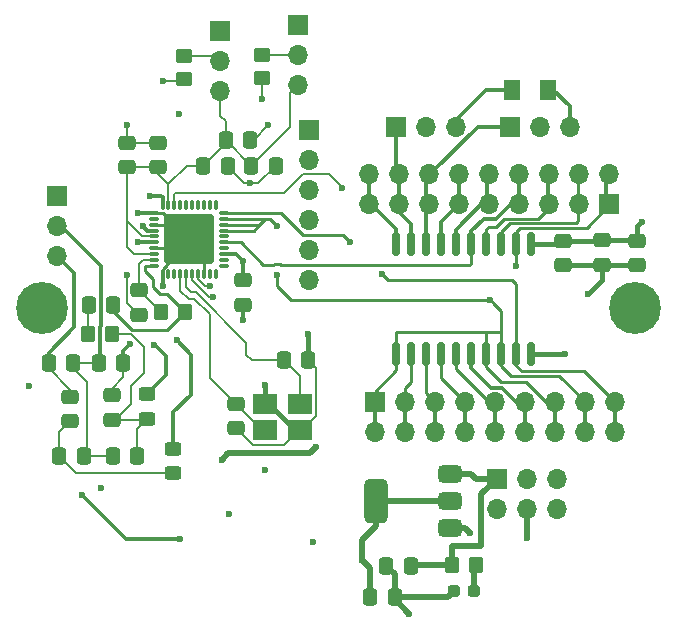
<source format=gbr>
%TF.GenerationSoftware,KiCad,Pcbnew,8.0.3*%
%TF.CreationDate,2025-07-10T12:51:06-07:00*%
%TF.ProjectId,salp_board_round,73616c70-5f62-46f6-9172-645f726f756e,rev?*%
%TF.SameCoordinates,Original*%
%TF.FileFunction,Copper,L1,Top*%
%TF.FilePolarity,Positive*%
%FSLAX46Y46*%
G04 Gerber Fmt 4.6, Leading zero omitted, Abs format (unit mm)*
G04 Created by KiCad (PCBNEW 8.0.3) date 2025-07-10 12:51:06*
%MOMM*%
%LPD*%
G01*
G04 APERTURE LIST*
G04 Aperture macros list*
%AMRoundRect*
0 Rectangle with rounded corners*
0 $1 Rounding radius*
0 $2 $3 $4 $5 $6 $7 $8 $9 X,Y pos of 4 corners*
0 Add a 4 corners polygon primitive as box body*
4,1,4,$2,$3,$4,$5,$6,$7,$8,$9,$2,$3,0*
0 Add four circle primitives for the rounded corners*
1,1,$1+$1,$2,$3*
1,1,$1+$1,$4,$5*
1,1,$1+$1,$6,$7*
1,1,$1+$1,$8,$9*
0 Add four rect primitives between the rounded corners*
20,1,$1+$1,$2,$3,$4,$5,0*
20,1,$1+$1,$4,$5,$6,$7,0*
20,1,$1+$1,$6,$7,$8,$9,0*
20,1,$1+$1,$8,$9,$2,$3,0*%
G04 Aperture macros list end*
%TA.AperFunction,ComponentPad*%
%ADD10R,1.700000X1.700000*%
%TD*%
%TA.AperFunction,ComponentPad*%
%ADD11O,1.700000X1.700000*%
%TD*%
%TA.AperFunction,SMDPad,CuDef*%
%ADD12RoundRect,0.250000X-0.337500X-0.475000X0.337500X-0.475000X0.337500X0.475000X-0.337500X0.475000X0*%
%TD*%
%TA.AperFunction,SMDPad,CuDef*%
%ADD13RoundRect,0.250000X0.337500X0.475000X-0.337500X0.475000X-0.337500X-0.475000X0.337500X-0.475000X0*%
%TD*%
%TA.AperFunction,ComponentPad*%
%ADD14C,4.400000*%
%TD*%
%TA.AperFunction,SMDPad,CuDef*%
%ADD15RoundRect,0.250000X-0.475000X0.337500X-0.475000X-0.337500X0.475000X-0.337500X0.475000X0.337500X0*%
%TD*%
%TA.AperFunction,SMDPad,CuDef*%
%ADD16RoundRect,0.075000X-0.325000X-0.075000X0.325000X-0.075000X0.325000X0.075000X-0.325000X0.075000X0*%
%TD*%
%TA.AperFunction,SMDPad,CuDef*%
%ADD17RoundRect,0.075000X-0.075000X-0.325000X0.075000X-0.325000X0.075000X0.325000X-0.075000X0.325000X0*%
%TD*%
%TA.AperFunction,SMDPad,CuDef*%
%ADD18RoundRect,0.210000X-1.890000X-1.890000X1.890000X-1.890000X1.890000X1.890000X-1.890000X1.890000X0*%
%TD*%
%TA.AperFunction,SMDPad,CuDef*%
%ADD19RoundRect,0.250000X-0.450000X0.350000X-0.450000X-0.350000X0.450000X-0.350000X0.450000X0.350000X0*%
%TD*%
%TA.AperFunction,SMDPad,CuDef*%
%ADD20RoundRect,0.250000X0.450000X-0.325000X0.450000X0.325000X-0.450000X0.325000X-0.450000X-0.325000X0*%
%TD*%
%TA.AperFunction,SMDPad,CuDef*%
%ADD21RoundRect,0.250000X-0.350000X-0.450000X0.350000X-0.450000X0.350000X0.450000X-0.350000X0.450000X0*%
%TD*%
%TA.AperFunction,SMDPad,CuDef*%
%ADD22RoundRect,0.250000X0.350000X0.450000X-0.350000X0.450000X-0.350000X-0.450000X0.350000X-0.450000X0*%
%TD*%
%TA.AperFunction,SMDPad,CuDef*%
%ADD23RoundRect,0.250001X0.462499X0.624999X-0.462499X0.624999X-0.462499X-0.624999X0.462499X-0.624999X0*%
%TD*%
%TA.AperFunction,SMDPad,CuDef*%
%ADD24RoundRect,0.237500X-0.287500X-0.237500X0.287500X-0.237500X0.287500X0.237500X-0.287500X0.237500X0*%
%TD*%
%TA.AperFunction,SMDPad,CuDef*%
%ADD25R,2.100000X1.725000*%
%TD*%
%TA.AperFunction,SMDPad,CuDef*%
%ADD26RoundRect,0.375000X0.625000X0.375000X-0.625000X0.375000X-0.625000X-0.375000X0.625000X-0.375000X0*%
%TD*%
%TA.AperFunction,SMDPad,CuDef*%
%ADD27RoundRect,0.500000X0.500000X1.400000X-0.500000X1.400000X-0.500000X-1.400000X0.500000X-1.400000X0*%
%TD*%
%TA.AperFunction,SMDPad,CuDef*%
%ADD28RoundRect,0.250000X0.475000X-0.337500X0.475000X0.337500X-0.475000X0.337500X-0.475000X-0.337500X0*%
%TD*%
%TA.AperFunction,SMDPad,CuDef*%
%ADD29RoundRect,0.150000X-0.150000X0.875000X-0.150000X-0.875000X0.150000X-0.875000X0.150000X0.875000X0*%
%TD*%
%TA.AperFunction,ViaPad*%
%ADD30C,0.600000*%
%TD*%
%TA.AperFunction,Conductor*%
%ADD31C,0.300000*%
%TD*%
%TA.AperFunction,Conductor*%
%ADD32C,0.400000*%
%TD*%
%TA.AperFunction,Conductor*%
%ADD33C,0.200000*%
%TD*%
%TA.AperFunction,Conductor*%
%ADD34C,0.250000*%
%TD*%
%TA.AperFunction,Conductor*%
%ADD35C,0.500000*%
%TD*%
G04 APERTURE END LIST*
D10*
%TO.P,J3,1,Pin_1*%
%TO.N,/M_SCL*%
X192900000Y-81140000D03*
D11*
%TO.P,J3,2,Pin_2*%
X192900000Y-78600000D03*
%TO.P,J3,3,Pin_3*%
%TO.N,/PA5*%
X190360000Y-81140000D03*
%TO.P,J3,4,Pin_4*%
X190360000Y-78600000D03*
%TO.P,J3,5,Pin_5*%
%TO.N,/PA6*%
X187820000Y-81140000D03*
%TO.P,J3,6,Pin_6*%
X187820000Y-78600000D03*
%TO.P,J3,7,Pin_7*%
%TO.N,/PA7*%
X185280000Y-81140000D03*
%TO.P,J3,8,Pin_8*%
X185280000Y-78600000D03*
%TO.P,J3,9,Pin_9*%
%TO.N,/PB5*%
X182740000Y-81140000D03*
%TO.P,J3,10,Pin_10*%
X182740000Y-78600000D03*
%TO.P,J3,11,Pin_11*%
%TO.N,/PB4*%
X180200000Y-81140000D03*
%TO.P,J3,12,Pin_12*%
X180200000Y-78600000D03*
%TO.P,J3,13,Pin_13*%
%TO.N,/PB3*%
X177660000Y-81140000D03*
%TO.P,J3,14,Pin_14*%
X177660000Y-78600000D03*
%TO.P,J3,15,Pin_15*%
%TO.N,/PB2*%
X175120000Y-81140000D03*
%TO.P,J3,16,Pin_16*%
X175120000Y-78600000D03*
%TO.P,J3,17,Pin_17*%
%TO.N,/M_SCL*%
X172580000Y-81140000D03*
%TO.P,J3,18,Pin_18*%
X172580000Y-78600000D03*
%TD*%
D12*
%TO.P,C6,1*%
%TO.N,GND*%
X149700000Y-94600000D03*
%TO.P,C6,2*%
%TO.N,Net-(J1-Pin_1)*%
X151775000Y-94600000D03*
%TD*%
D10*
%TO.P,J6,1,Pin_1*%
%TO.N,unconnected-(J6-Pin_1-Pad1)*%
X167500000Y-74860000D03*
D11*
%TO.P,J6,2,Pin_2*%
%TO.N,Net-(J6-Pin_2)*%
X167500000Y-77400000D03*
%TO.P,J6,3,Pin_3*%
%TO.N,Net-(J6-Pin_3)*%
X167500000Y-79940000D03*
%TO.P,J6,4,Pin_4*%
%TO.N,/V_USB*%
X167500000Y-82480000D03*
%TO.P,J6,5,Pin_5*%
%TO.N,unconnected-(J6-Pin_5-Pad5)*%
X167500000Y-85020000D03*
%TO.P,J6,6,Pin_6*%
%TO.N,GND*%
X167500000Y-87560000D03*
%TD*%
D13*
%TO.P,C22,1*%
%TO.N,VCC*%
X176100986Y-111800000D03*
%TO.P,C22,2*%
%TO.N,GND*%
X174025986Y-111800000D03*
%TD*%
D14*
%TO.P,H2,1,1*%
%TO.N,GND*%
X195100000Y-90000000D03*
%TD*%
D15*
%TO.P,C14,1*%
%TO.N,+3.3V*%
X195300000Y-84262500D03*
%TO.P,C14,2*%
%TO.N,GND*%
X195300000Y-86337500D03*
%TD*%
D16*
%TO.P,U1,1,DVSS*%
%TO.N,GND*%
X154400000Y-81900000D03*
%TO.P,U1,2,LOADMOD*%
%TO.N,unconnected-(U1-LOADMOD-Pad2)*%
X154400000Y-82400000D03*
%TO.P,U1,3,TVSS1*%
%TO.N,GND*%
X154400000Y-82900000D03*
%TO.P,U1,4,TX1*%
%TO.N,/TX1*%
X154400000Y-83400000D03*
%TO.P,U1,5,TVDD*%
%TO.N,/AVDD*%
X154400000Y-83900000D03*
%TO.P,U1,6,TX2*%
%TO.N,/TX2*%
X154400000Y-84400000D03*
%TO.P,U1,7,TVSS2*%
%TO.N,GND*%
X154400000Y-84900000D03*
%TO.P,U1,8,AVDD*%
%TO.N,/AVDD*%
X154400000Y-85400000D03*
%TO.P,U1,9,VMID*%
%TO.N,/VMID*%
X154400000Y-85900000D03*
%TO.P,U1,10,RX*%
%TO.N,/RX*%
X154400000Y-86400000D03*
D17*
%TO.P,U1,11,AVSS*%
%TO.N,GND*%
X155100000Y-87100000D03*
%TO.P,U1,12,AUX1*%
%TO.N,unconnected-(U1-AUX1-Pad12)*%
X155600000Y-87100000D03*
%TO.P,U1,13,AUX2*%
%TO.N,unconnected-(U1-AUX2-Pad13)*%
X156100000Y-87100000D03*
%TO.P,U1,14,OSCIN*%
%TO.N,/OSCIN*%
X156600000Y-87100000D03*
%TO.P,U1,15,OSCOUT*%
%TO.N,/OSCOUT*%
X157100000Y-87100000D03*
%TO.P,U1,16,I0*%
%TO.N,/I0*%
X157600000Y-87100000D03*
%TO.P,U1,17,I1*%
%TO.N,/I1*%
X158100000Y-87100000D03*
%TO.P,U1,18,TESTEN*%
%TO.N,GND*%
X158600000Y-87100000D03*
%TO.P,U1,19,P35*%
%TO.N,unconnected-(U1-P35-Pad19)*%
X159100000Y-87100000D03*
%TO.P,U1,20,N.C.*%
%TO.N,unconnected-(U1-N.C.-Pad20)*%
X159600000Y-87100000D03*
D16*
%TO.P,U1,21,N.C.*%
%TO.N,unconnected-(U1-N.C.-Pad21)*%
X160300000Y-86400000D03*
%TO.P,U1,22,N.C.*%
%TO.N,unconnected-(U1-N.C.-Pad22)*%
X160300000Y-85900000D03*
%TO.P,U1,23,PVDD*%
%TO.N,+3.3V*%
X160300000Y-85400000D03*
%TO.P,U1,24,P30/UART_RX*%
%TO.N,unconnected-(U1-P30{slash}UART_RX-Pad24)*%
X160300000Y-84900000D03*
%TO.P,U1,25,P70_IRQ*%
%TO.N,/PA7*%
X160300000Y-84400000D03*
%TO.P,U1,26,RSTOUT_N*%
%TO.N,unconnected-(U1-RSTOUT_N-Pad26)*%
X160300000Y-83900000D03*
%TO.P,U1,27,NSS/P50_SCL/HSU_RX*%
%TO.N,/M_SCL*%
X160300000Y-83400000D03*
%TO.P,U1,28,MOSI/SDA/HSU_TX*%
X160300000Y-82900000D03*
%TO.P,U1,29,MISO_/_P71*%
X160300000Y-82400000D03*
%TO.P,U1,30,SCK/P72*%
%TO.N,/PA3*%
X160300000Y-81900000D03*
D17*
%TO.P,U1,31,P31/UART_TX*%
%TO.N,unconnected-(U1-P31{slash}UART_TX-Pad31)*%
X159600000Y-81200000D03*
%TO.P,U1,32,P32_INT0*%
%TO.N,unconnected-(U1-P32_INT0-Pad32)*%
X159100000Y-81200000D03*
%TO.P,U1,33,P33_INT1*%
%TO.N,unconnected-(U1-P33_INT1-Pad33)*%
X158600000Y-81200000D03*
%TO.P,U1,34,P34/SIC_CLK*%
%TO.N,unconnected-(U1-P34{slash}SIC_CLK-Pad34)*%
X158100000Y-81200000D03*
%TO.P,U1,35,SIGOUT*%
%TO.N,unconnected-(U1-SIGOUT-Pad35)*%
X157600000Y-81200000D03*
%TO.P,U1,36,SIGIN*%
%TO.N,unconnected-(U1-SIGIN-Pad36)*%
X157100000Y-81200000D03*
%TO.P,U1,37,SVDD*%
%TO.N,unconnected-(U1-SVDD-Pad37)*%
X156600000Y-81200000D03*
%TO.P,U1,38,RSTPD_N*%
%TO.N,/PA5*%
X156100000Y-81200000D03*
%TO.P,U1,39,DVDD*%
%TO.N,/AVDD*%
X155600000Y-81200000D03*
%TO.P,U1,40,VBAT*%
%TO.N,+3.3V*%
X155100000Y-81200000D03*
D18*
%TO.P,U1,41,41*%
%TO.N,GND*%
X157350000Y-84150000D03*
%TD*%
D15*
%TO.P,C10,1*%
%TO.N,Net-(J1-Pin_1)*%
X150800000Y-97362500D03*
%TO.P,C10,2*%
%TO.N,Net-(C10-Pad2)*%
X150800000Y-99437500D03*
%TD*%
D12*
%TO.P,C5,1*%
%TO.N,Net-(J1-Pin_3)*%
X145462500Y-94600000D03*
%TO.P,C5,2*%
%TO.N,GND*%
X147537500Y-94600000D03*
%TD*%
D19*
%TO.P,R11,1*%
%TO.N,Net-(J10-Pin_2)*%
X163500000Y-68500000D03*
%TO.P,R11,2*%
%TO.N,/I0*%
X163500000Y-70500000D03*
%TD*%
D12*
%TO.P,C11,1*%
%TO.N,/AVDD*%
X162625000Y-77900000D03*
%TO.P,C11,2*%
%TO.N,GND*%
X164700000Y-77900000D03*
%TD*%
%TO.P,C18,1*%
%TO.N,/OSCOUT*%
X165362500Y-94400000D03*
%TO.P,C18,2*%
%TO.N,GND*%
X167437500Y-94400000D03*
%TD*%
D20*
%TO.P,L2,1,1*%
%TO.N,Net-(C10-Pad2)*%
X153800000Y-99325000D03*
%TO.P,L2,2,2*%
%TO.N,/TX1*%
X153800000Y-97275000D03*
%TD*%
D12*
%TO.P,C7,1*%
%TO.N,/AVDD*%
X160462500Y-75700000D03*
%TO.P,C7,2*%
%TO.N,GND*%
X162537500Y-75700000D03*
%TD*%
%TO.P,C3,1*%
%TO.N,/AVDD*%
X158562500Y-77900000D03*
%TO.P,C3,2*%
%TO.N,GND*%
X160637500Y-77900000D03*
%TD*%
D10*
%TO.P,J1,1,Pin_1*%
%TO.N,Net-(J1-Pin_1)*%
X146200000Y-80500000D03*
D11*
%TO.P,J1,2,Pin_2*%
%TO.N,GND*%
X146200000Y-83040000D03*
%TO.P,J1,3,Pin_3*%
%TO.N,Net-(J1-Pin_3)*%
X146200000Y-85580000D03*
%TD*%
D15*
%TO.P,C9,1*%
%TO.N,Net-(J1-Pin_3)*%
X147300000Y-97462500D03*
%TO.P,C9,2*%
%TO.N,Net-(C12-Pad1)*%
X147300000Y-99537500D03*
%TD*%
D21*
%TO.P,R3,1*%
%TO.N,/VMID*%
X155000000Y-90300000D03*
%TO.P,R3,2*%
%TO.N,/RX*%
X157000000Y-90300000D03*
%TD*%
D22*
%TO.P,R2,1*%
%TO.N,Net-(C10-Pad2)*%
X150800000Y-92200000D03*
%TO.P,R2,2*%
%TO.N,Net-(C17-Pad1)*%
X148800000Y-92200000D03*
%TD*%
D15*
%TO.P,C4,1*%
%TO.N,+3.3V*%
X189000000Y-84262500D03*
%TO.P,C4,2*%
%TO.N,GND*%
X189000000Y-86337500D03*
%TD*%
D10*
%TO.P,J10,1,Pin_1*%
%TO.N,GND*%
X166600000Y-65975000D03*
D11*
%TO.P,J10,2,Pin_2*%
%TO.N,Net-(J10-Pin_2)*%
X166600000Y-68515000D03*
%TO.P,J10,3,Pin_3*%
%TO.N,/AVDD*%
X166600000Y-71055000D03*
%TD*%
D19*
%TO.P,R1,1*%
%TO.N,Net-(J9-Pin_2)*%
X156900000Y-68600000D03*
%TO.P,R1,2*%
%TO.N,/I1*%
X156900000Y-70600000D03*
%TD*%
D10*
%TO.P,J7,1,Pin_1*%
%TO.N,/PB2*%
X174860000Y-74600000D03*
D11*
%TO.P,J7,2,Pin_2*%
%TO.N,Net-(J6-Pin_2)*%
X177400000Y-74600000D03*
%TO.P,J7,3,Pin_3*%
%TO.N,/PA0*%
X179940000Y-74600000D03*
%TD*%
D12*
%TO.P,C20,1*%
%TO.N,+3.3V*%
X172662500Y-114400000D03*
%TO.P,C20,2*%
%TO.N,GND*%
X174737500Y-114400000D03*
%TD*%
%TO.P,C17,1*%
%TO.N,Net-(C17-Pad1)*%
X148862500Y-89700000D03*
%TO.P,C17,2*%
%TO.N,/RX*%
X150937500Y-89700000D03*
%TD*%
D20*
%TO.P,L1,1,1*%
%TO.N,Net-(C12-Pad1)*%
X156000000Y-103925000D03*
%TO.P,L1,2,2*%
%TO.N,/TX2*%
X156000000Y-101875000D03*
%TD*%
D23*
%TO.P,D2,1,K*%
%TO.N,Net-(D2-K)*%
X187700000Y-71500000D03*
%TO.P,D2,2,A*%
%TO.N,/PA0*%
X184725000Y-71500000D03*
%TD*%
D24*
%TO.P,D6,1,K*%
%TO.N,GND*%
X179750000Y-113900000D03*
%TO.P,D6,2,A*%
%TO.N,Net-(D6-A)*%
X181500000Y-113900000D03*
%TD*%
D25*
%TO.P,Y1,1,1*%
%TO.N,/OSCIN*%
X163800000Y-100287500D03*
%TO.P,Y1,2,2*%
%TO.N,GND*%
X166700000Y-100287500D03*
%TO.P,Y1,3,3*%
%TO.N,/OSCOUT*%
X166700000Y-98112500D03*
%TO.P,Y1,4,4*%
%TO.N,GND*%
X163800000Y-98112500D03*
%TD*%
D21*
%TO.P,R12,1*%
%TO.N,VCC*%
X179600000Y-111700000D03*
%TO.P,R12,2*%
%TO.N,Net-(D6-A)*%
X181600000Y-111700000D03*
%TD*%
D15*
%TO.P,C15,1*%
%TO.N,/OSCIN*%
X161300000Y-98062500D03*
%TO.P,C15,2*%
%TO.N,GND*%
X161300000Y-100137500D03*
%TD*%
D26*
%TO.P,U4,1,GND*%
%TO.N,GND*%
X179450000Y-108600000D03*
%TO.P,U4,2,VO*%
%TO.N,+3.3V*%
X179450000Y-106300000D03*
D27*
X173150000Y-106300000D03*
D26*
%TO.P,U4,3,VI*%
%TO.N,VCC*%
X179450000Y-104000000D03*
%TD*%
D15*
%TO.P,C8,1*%
%TO.N,+3.3V*%
X192300000Y-84225000D03*
%TO.P,C8,2*%
%TO.N,GND*%
X192300000Y-86300000D03*
%TD*%
D28*
%TO.P,C19,1*%
%TO.N,GND*%
X161900000Y-89675000D03*
%TO.P,C19,2*%
%TO.N,+3.3V*%
X161900000Y-87600000D03*
%TD*%
D12*
%TO.P,C12,1*%
%TO.N,Net-(C12-Pad1)*%
X146362500Y-102500000D03*
%TO.P,C12,2*%
%TO.N,GND*%
X148437500Y-102500000D03*
%TD*%
D10*
%TO.P,J9,1,Pin_1*%
%TO.N,GND*%
X160000000Y-66500000D03*
D11*
%TO.P,J9,2,Pin_2*%
%TO.N,Net-(J9-Pin_2)*%
X160000000Y-69040000D03*
%TO.P,J9,3,Pin_3*%
%TO.N,/AVDD*%
X160000000Y-71580000D03*
%TD*%
D28*
%TO.P,C1,1*%
%TO.N,/AVDD*%
X152100000Y-78037500D03*
%TO.P,C1,2*%
%TO.N,GND*%
X152100000Y-75962500D03*
%TD*%
D15*
%TO.P,C16,1*%
%TO.N,/VMID*%
X153100000Y-88462500D03*
%TO.P,C16,2*%
%TO.N,GND*%
X153100000Y-90537500D03*
%TD*%
D28*
%TO.P,C2,1*%
%TO.N,/AVDD*%
X154700000Y-78037500D03*
%TO.P,C2,2*%
%TO.N,GND*%
X154700000Y-75962500D03*
%TD*%
D10*
%TO.P,J4,1,Pin_1*%
%TO.N,VCC*%
X183420000Y-104400000D03*
D11*
%TO.P,J4,2,Pin_2*%
%TO.N,GND*%
X183420000Y-106940000D03*
%TO.P,J4,3,Pin_3*%
X185960000Y-104400000D03*
%TO.P,J4,4,Pin_4*%
%TO.N,+3.3V*%
X185960000Y-106940000D03*
%TO.P,J4,5,Pin_5*%
%TO.N,GND*%
X188500000Y-104400000D03*
%TO.P,J4,6,Pin_6*%
X188500000Y-106940000D03*
%TD*%
D14*
%TO.P,H1,1,1*%
%TO.N,GND*%
X144900000Y-90000000D03*
%TD*%
D10*
%TO.P,J5,1,Pin_1*%
%TO.N,/M_SCL*%
X173060000Y-97900000D03*
D11*
%TO.P,J5,2,Pin_2*%
X173060000Y-100440000D03*
%TO.P,J5,3,Pin_3*%
%TO.N,/PC0*%
X175600000Y-97900000D03*
%TO.P,J5,4,Pin_4*%
X175600000Y-100440000D03*
%TO.P,J5,5,Pin_5*%
%TO.N,/PC1*%
X178140000Y-97900000D03*
%TO.P,J5,6,Pin_6*%
X178140000Y-100440000D03*
%TO.P,J5,7,Pin_7*%
%TO.N,/PC2*%
X180680000Y-97900000D03*
%TO.P,J5,8,Pin_8*%
X180680000Y-100440000D03*
%TO.P,J5,9,Pin_9*%
%TO.N,/PC3*%
X183220000Y-97900000D03*
%TO.P,J5,10,Pin_10*%
X183220000Y-100440000D03*
%TO.P,J5,11,Pin_11*%
%TO.N,/PA0*%
X185760000Y-97900000D03*
%TO.P,J5,12,Pin_12*%
X185760000Y-100440000D03*
%TO.P,J5,13,Pin_13*%
%TO.N,/M_SCL*%
X188300000Y-97900000D03*
%TO.P,J5,14,Pin_14*%
X188300000Y-100440000D03*
%TO.P,J5,15,Pin_15*%
X190840000Y-97900000D03*
%TO.P,J5,16,Pin_16*%
X190840000Y-100440000D03*
%TO.P,J5,17,Pin_17*%
%TO.N,/PA3*%
X193380000Y-97900000D03*
%TO.P,J5,18,Pin_18*%
X193380000Y-100440000D03*
%TD*%
D12*
%TO.P,C13,1*%
%TO.N,GND*%
X150862500Y-102500000D03*
%TO.P,C13,2*%
%TO.N,Net-(C10-Pad2)*%
X152937500Y-102500000D03*
%TD*%
D10*
%TO.P,J8,1,Pin_1*%
%TO.N,/PB3*%
X184475000Y-74600000D03*
D11*
%TO.P,J8,2,Pin_2*%
%TO.N,Net-(J6-Pin_3)*%
X187015000Y-74600000D03*
%TO.P,J8,3,Pin_3*%
%TO.N,Net-(D2-K)*%
X189555000Y-74600000D03*
%TD*%
D29*
%TO.P,U2,1,VCC*%
%TO.N,+3.3V*%
X186315000Y-84550000D03*
%TO.P,U2,2,PA4*%
%TO.N,/M_SCL*%
X185045000Y-84550000D03*
%TO.P,U2,3,PA5*%
%TO.N,/PA5*%
X183775000Y-84550000D03*
%TO.P,U2,4,PA6*%
%TO.N,/PA6*%
X182505000Y-84550000D03*
%TO.P,U2,5,PA7*%
%TO.N,/PA7*%
X181235000Y-84550000D03*
%TO.P,U2,6,PB5*%
%TO.N,/PB5*%
X179965000Y-84550000D03*
%TO.P,U2,7,PB4*%
%TO.N,/PB4*%
X178695000Y-84550000D03*
%TO.P,U2,8,PB3*%
%TO.N,/PB3*%
X177425000Y-84550000D03*
%TO.P,U2,9,PB2*%
%TO.N,/PB2*%
X176155000Y-84550000D03*
%TO.P,U2,10,PB1*%
%TO.N,/M_SCL*%
X174885000Y-84550000D03*
%TO.P,U2,11,PB0*%
X174885000Y-93850000D03*
%TO.P,U2,12,PC0*%
%TO.N,/PC0*%
X176155000Y-93850000D03*
%TO.P,U2,13,PC1*%
%TO.N,/PC1*%
X177425000Y-93850000D03*
%TO.P,U2,14,PC2*%
%TO.N,/PC2*%
X178695000Y-93850000D03*
%TO.P,U2,15,PC3*%
%TO.N,/PC3*%
X179965000Y-93850000D03*
%TO.P,U2,16,~{RESET}/PA0*%
%TO.N,/PA0*%
X181235000Y-93850000D03*
%TO.P,U2,17,PA1*%
%TO.N,/M_SCL*%
X182505000Y-93850000D03*
%TO.P,U2,18,PA2*%
X183775000Y-93850000D03*
%TO.P,U2,19,PA3*%
%TO.N,/PA3*%
X185045000Y-93850000D03*
%TO.P,U2,20,GND*%
%TO.N,GND*%
X186315000Y-93850000D03*
%TD*%
D30*
%TO.N,Net-(Q1-G)*%
X148300000Y-105800000D03*
X156600000Y-109500000D03*
%TO.N,GND*%
X160700000Y-107400000D03*
X191100000Y-88800000D03*
X164000000Y-74500000D03*
X163800000Y-103700000D03*
X143800000Y-96600000D03*
X162500000Y-79400000D03*
X149900000Y-105200000D03*
X167437500Y-92162500D03*
X155100000Y-88100000D03*
X161900000Y-91000000D03*
X167800000Y-109800000D03*
X176000000Y-115900000D03*
X181150000Y-109050000D03*
X153000000Y-81900000D03*
X189150000Y-93850000D03*
X163800000Y-96500000D03*
X152100000Y-74500000D03*
X156500000Y-73500000D03*
X152075000Y-87125000D03*
%TO.N,+BAT*%
X160100000Y-102800000D03*
X163700000Y-102200000D03*
X168100000Y-101700000D03*
%TO.N,+3.3V*%
X161900000Y-86000000D03*
X154000000Y-80500000D03*
X195700000Y-82700000D03*
X172000000Y-111300000D03*
X185960000Y-109440000D03*
%TO.N,/PA5*%
X170300000Y-79800000D03*
%TO.N,/PA3*%
X171000000Y-84400000D03*
X173650000Y-87050000D03*
%TO.N,/M_SCL*%
X164800000Y-83000000D03*
X185000000Y-86400000D03*
X164800000Y-87200000D03*
X182800000Y-89300000D03*
%TO.N,/TX1*%
X153400000Y-83000000D03*
X154400000Y-93100000D03*
%TO.N,/TX2*%
X156300000Y-92700000D03*
X153000000Y-84400000D03*
%TO.N,Net-(J1-Pin_1)*%
X152375735Y-93024265D03*
%TO.N,/I1*%
X159100000Y-88100000D03*
X155100000Y-70700000D03*
%TO.N,/I0*%
X163500000Y-72300000D03*
X159400000Y-89000000D03*
%TD*%
D31*
%TO.N,Net-(Q1-G)*%
X148300000Y-105800000D02*
X152000000Y-109500000D01*
X152000000Y-109500000D02*
X156600000Y-109500000D01*
%TO.N,GND*%
X149900000Y-86415000D02*
X149900000Y-91444544D01*
D32*
X163800000Y-98112500D02*
X163800000Y-96500000D01*
D33*
X165387500Y-101600000D02*
X166700000Y-100287500D01*
D34*
X155125000Y-81925000D02*
X154425000Y-81925000D01*
D33*
X149800000Y-94500000D02*
X149700000Y-94600000D01*
D34*
X154400000Y-84900000D02*
X156600000Y-84900000D01*
D33*
X168100000Y-99075000D02*
X168100000Y-95062500D01*
X160637500Y-78037500D02*
X160637500Y-77900000D01*
D31*
X149900000Y-91444544D02*
X149800000Y-91544544D01*
D35*
X179250000Y-114400000D02*
X179750000Y-113900000D01*
D31*
X146525000Y-83040000D02*
X149900000Y-86415000D01*
D33*
X163800000Y-96500000D02*
X163800000Y-96600000D01*
X168100000Y-95062500D02*
X167437500Y-94400000D01*
X192262500Y-86337500D02*
X192300000Y-86300000D01*
X162800000Y-75700000D02*
X164000000Y-74500000D01*
D35*
X174737500Y-114637500D02*
X176000000Y-115900000D01*
D32*
X189150000Y-93850000D02*
X186315000Y-93850000D01*
D35*
X181150000Y-109050000D02*
X180700000Y-108600000D01*
X174737500Y-114400000D02*
X179250000Y-114400000D01*
D33*
X192300000Y-86300000D02*
X192400000Y-86300000D01*
D32*
X166312500Y-100287500D02*
X164137500Y-98112500D01*
D31*
X146200000Y-83040000D02*
X146525000Y-83040000D01*
D33*
X149700000Y-94600000D02*
X147537500Y-94600000D01*
X147537500Y-95037500D02*
X147537500Y-94600000D01*
D35*
X174737500Y-114400000D02*
X174737500Y-112511514D01*
D31*
X153000000Y-81900000D02*
X154400000Y-81900000D01*
D34*
X154425000Y-81925000D02*
X154400000Y-81900000D01*
X155100000Y-87100000D02*
X155100000Y-86623935D01*
D32*
X167437500Y-92162500D02*
X167437500Y-94400000D01*
D33*
X163200000Y-79400000D02*
X164700000Y-77900000D01*
X152100000Y-75962500D02*
X154700000Y-75962500D01*
D35*
X174737500Y-114400000D02*
X174737500Y-114637500D01*
X180700000Y-108600000D02*
X179450000Y-108600000D01*
D33*
X148437500Y-102500000D02*
X150862500Y-102500000D01*
X161300000Y-100137500D02*
X162762500Y-101600000D01*
D32*
X192300000Y-86300000D02*
X192300000Y-87600000D01*
D34*
X158600000Y-85400000D02*
X157350000Y-84150000D01*
X154400000Y-82900000D02*
X156100000Y-82900000D01*
D32*
X189000000Y-86337500D02*
X192262500Y-86337500D01*
D31*
X155100000Y-88100000D02*
X155100000Y-87900000D01*
D32*
X192300000Y-87600000D02*
X191100000Y-88800000D01*
D33*
X162000000Y-79400000D02*
X160637500Y-78037500D01*
D34*
X158600000Y-87100000D02*
X158600000Y-85400000D01*
D33*
X162762500Y-101600000D02*
X165387500Y-101600000D01*
D34*
X155100000Y-86623935D02*
X157350000Y-84373935D01*
D33*
X153000000Y-81900000D02*
X153000000Y-81700000D01*
X164700000Y-77900000D02*
X165037500Y-77900000D01*
X192400000Y-86300000D02*
X192437500Y-86337500D01*
X152075000Y-89512500D02*
X153100000Y-90537500D01*
D34*
X156600000Y-84900000D02*
X157350000Y-84150000D01*
X157350000Y-84150000D02*
X155125000Y-81925000D01*
D33*
X148700000Y-102237500D02*
X148700000Y-96200000D01*
X162500000Y-79400000D02*
X163200000Y-79400000D01*
X152100000Y-75962500D02*
X152100000Y-74500000D01*
X166700000Y-100287500D02*
X166887500Y-100287500D01*
D35*
X174737500Y-112511514D02*
X174025986Y-111800000D01*
D33*
X164137500Y-98112500D02*
X163800000Y-98112500D01*
X148700000Y-96200000D02*
X147537500Y-95037500D01*
X166887500Y-100287500D02*
X168100000Y-99075000D01*
X148437500Y-102500000D02*
X148700000Y-102237500D01*
D31*
X161900000Y-91000000D02*
X161900000Y-89675000D01*
D33*
X166700000Y-100287500D02*
X166312500Y-100287500D01*
X152075000Y-87125000D02*
X152075000Y-89512500D01*
X162537500Y-75700000D02*
X162800000Y-75700000D01*
D31*
X155100000Y-87100000D02*
X155100000Y-88100000D01*
D33*
X162500000Y-79400000D02*
X162000000Y-79400000D01*
D32*
X192437500Y-86337500D02*
X195300000Y-86337500D01*
D31*
X149800000Y-91544544D02*
X149800000Y-94500000D01*
D35*
%TO.N,+BAT*%
X168100000Y-101700000D02*
X167600000Y-102200000D01*
X160100000Y-102800000D02*
X160650000Y-102250000D01*
X167600000Y-102200000D02*
X163700000Y-102200000D01*
X160650000Y-102250000D02*
X163700000Y-102250000D01*
%TO.N,VCC*%
X179600000Y-111700000D02*
X176200986Y-111700000D01*
X182073081Y-105746919D02*
X183420000Y-104400000D01*
X183420000Y-104400000D02*
X181600000Y-104400000D01*
X181200000Y-104000000D02*
X179450000Y-104000000D01*
X182073081Y-110100000D02*
X182073081Y-105746919D01*
X179600000Y-111700000D02*
X179600000Y-110100000D01*
D33*
X176200986Y-111700000D02*
X176100986Y-111800000D01*
D35*
X179600000Y-110100000D02*
X182073081Y-110100000D01*
X181600000Y-104400000D02*
X181200000Y-104000000D01*
D33*
%TO.N,/VMID*%
X154937500Y-90300000D02*
X153100000Y-88462500D01*
X153100000Y-86200000D02*
X153400000Y-85900000D01*
X153100000Y-88462500D02*
X153100000Y-86200000D01*
X153400000Y-85900000D02*
X154400000Y-85900000D01*
X155000000Y-90300000D02*
X154937500Y-90300000D01*
D34*
%TO.N,/RX*%
X154900000Y-88800000D02*
X154300000Y-88200000D01*
X150937500Y-90237500D02*
X152500000Y-91800000D01*
X157000000Y-90300000D02*
X155500000Y-88800000D01*
X150937500Y-89700000D02*
X150937500Y-90237500D01*
X153600000Y-86400000D02*
X154400000Y-86400000D01*
X154300000Y-88200000D02*
X154300000Y-87500000D01*
X152500000Y-91800000D02*
X155500000Y-91800000D01*
X155500000Y-88800000D02*
X154900000Y-88800000D01*
X155500000Y-91800000D02*
X157000000Y-90300000D01*
X154300000Y-87500000D02*
X153600000Y-86800000D01*
X153600000Y-86800000D02*
X153600000Y-86400000D01*
D33*
%TO.N,/OSCIN*%
X159100000Y-95862500D02*
X159100000Y-90500000D01*
X157800000Y-89200000D02*
X157300000Y-89200000D01*
X159100000Y-90500000D02*
X157800000Y-89200000D01*
X157300000Y-89200000D02*
X156600000Y-88500000D01*
X161300000Y-98062500D02*
X159100000Y-95862500D01*
X156600000Y-88500000D02*
X156600000Y-87100000D01*
X163525000Y-100287500D02*
X163800000Y-100287500D01*
X161300000Y-98062500D02*
X163525000Y-100287500D01*
%TO.N,/OSCOUT*%
X166700000Y-95737500D02*
X165362500Y-94400000D01*
X165362500Y-94400000D02*
X162700000Y-94400000D01*
X162700000Y-94400000D02*
X162200000Y-93900000D01*
X157100000Y-88200000D02*
X157100000Y-87100000D01*
X162200000Y-93900000D02*
X162200000Y-92900000D01*
X157900000Y-88600000D02*
X157500000Y-88600000D01*
X157500000Y-88600000D02*
X157100000Y-88200000D01*
X166700000Y-98112500D02*
X166700000Y-95737500D01*
X162200000Y-92900000D02*
X157900000Y-88600000D01*
D35*
%TO.N,+3.3V*%
X179450000Y-106300000D02*
X173150000Y-106300000D01*
D32*
X195300000Y-84262500D02*
X195300000Y-83000000D01*
D33*
X195700000Y-82600000D02*
X195600000Y-82700000D01*
D32*
X195300000Y-83000000D02*
X195600000Y-82700000D01*
D33*
X195262500Y-84225000D02*
X195300000Y-84262500D01*
D31*
X161900000Y-86000000D02*
X161900000Y-87600000D01*
D35*
X172000000Y-111300000D02*
X172000000Y-109600000D01*
X172000000Y-109600000D02*
X173150000Y-108450000D01*
X172662500Y-111962500D02*
X172000000Y-111300000D01*
X185960000Y-106940000D02*
X185960000Y-109440000D01*
D32*
X192300000Y-84225000D02*
X195262500Y-84225000D01*
X186315000Y-84550000D02*
X188712500Y-84550000D01*
D31*
X161900000Y-86000000D02*
X161300000Y-85400000D01*
X155100000Y-80600000D02*
X155100000Y-81200000D01*
D35*
X172662500Y-114400000D02*
X172662500Y-111962500D01*
D31*
X155000000Y-80500000D02*
X155100000Y-80600000D01*
D33*
X188712500Y-84550000D02*
X189000000Y-84262500D01*
D31*
X154000000Y-80500000D02*
X155000000Y-80500000D01*
D33*
X195600000Y-82700000D02*
X195700000Y-82700000D01*
D32*
X189000000Y-84262500D02*
X192262500Y-84262500D01*
D35*
X173150000Y-108450000D02*
X173150000Y-106300000D01*
D33*
X192262500Y-84262500D02*
X192300000Y-84225000D01*
D31*
X161300000Y-85400000D02*
X160300000Y-85400000D01*
D33*
X195700000Y-82700000D02*
X195700000Y-82600000D01*
D31*
%TO.N,/PA0*%
X185000000Y-97900000D02*
X185760000Y-97900000D01*
X179940000Y-74060000D02*
X182500000Y-71500000D01*
D33*
X181235000Y-93850000D02*
X181235000Y-94435000D01*
D31*
X183800000Y-96700000D02*
X185000000Y-97900000D01*
X184725000Y-71500000D02*
X184725000Y-71385000D01*
X185760000Y-100440000D02*
X185760000Y-97900000D01*
X182900000Y-96700000D02*
X183800000Y-96700000D01*
X181235000Y-95035000D02*
X182900000Y-96700000D01*
X179940000Y-74600000D02*
X179940000Y-74060000D01*
X182500000Y-71500000D02*
X184725000Y-71500000D01*
X181235000Y-94435000D02*
X181235000Y-95035000D01*
%TO.N,Net-(D2-K)*%
X189555000Y-74600000D02*
X189555000Y-72867500D01*
X189555000Y-72867500D02*
X188187500Y-71500000D01*
X188187500Y-71500000D02*
X187700000Y-71500000D01*
D33*
%TO.N,/PB3*%
X177425000Y-80955000D02*
X177440000Y-80940000D01*
X178000000Y-78400000D02*
X177440000Y-78400000D01*
D31*
X184475000Y-74600000D02*
X181800000Y-74600000D01*
X181800000Y-74600000D02*
X178000000Y-78400000D01*
X177440000Y-80940000D02*
X177440000Y-78400000D01*
X177425000Y-84550000D02*
X177425000Y-80955000D01*
D34*
%TO.N,/PA5*%
X190100000Y-82800000D02*
X190300000Y-82600000D01*
X184500000Y-82800000D02*
X190100000Y-82800000D01*
D33*
X169200000Y-78600000D02*
X170300000Y-79700000D01*
X167000000Y-78600000D02*
X169200000Y-78600000D01*
X170300000Y-79800000D02*
X170400000Y-79800000D01*
D34*
X183775000Y-83525000D02*
X184500000Y-82800000D01*
D33*
X156100000Y-81200000D02*
X156100000Y-80300000D01*
X156200000Y-80200000D02*
X165400000Y-80200000D01*
X170300000Y-79700000D02*
X170300000Y-79800000D01*
X170400000Y-79800000D02*
X170300000Y-79700000D01*
X190300000Y-78560000D02*
X190140000Y-78400000D01*
D34*
X183775000Y-84550000D02*
X183775000Y-83525000D01*
D33*
X156100000Y-80300000D02*
X156200000Y-80200000D01*
X165400000Y-80200000D02*
X167000000Y-78600000D01*
D34*
X190300000Y-82600000D02*
X190300000Y-78560000D01*
D33*
%TO.N,/PA7*%
X185280000Y-81140000D02*
X185300000Y-81120000D01*
D34*
X164516116Y-86300000D02*
X164541116Y-86275000D01*
D31*
X181235000Y-84550000D02*
X181235000Y-83465000D01*
X181235000Y-83465000D02*
X182300000Y-82400000D01*
D34*
X165058884Y-86275000D02*
X165083884Y-86300000D01*
D33*
X185300000Y-78640000D02*
X185060000Y-78400000D01*
D34*
X161700000Y-84400000D02*
X163600000Y-86300000D01*
D31*
X182300000Y-82400000D02*
X183300000Y-82400000D01*
D34*
X160300000Y-84400000D02*
X161700000Y-84400000D01*
X181235000Y-86165000D02*
X181235000Y-84550000D01*
X165083884Y-86300000D02*
X181100000Y-86300000D01*
D33*
X184560000Y-81140000D02*
X185280000Y-81140000D01*
D34*
X181100000Y-86300000D02*
X181235000Y-86165000D01*
D31*
X185300000Y-81120000D02*
X185300000Y-78640000D01*
X183300000Y-82400000D02*
X184560000Y-81140000D01*
D34*
X164541116Y-86275000D02*
X165058884Y-86275000D01*
X163600000Y-86300000D02*
X164516116Y-86300000D01*
D33*
%TO.N,/PB2*%
X174860000Y-78360000D02*
X174900000Y-78400000D01*
D31*
X176155000Y-82855000D02*
X175120000Y-81820000D01*
X175120000Y-81820000D02*
X175120000Y-78620000D01*
X174860000Y-74600000D02*
X174860000Y-78360000D01*
X175120000Y-78620000D02*
X174900000Y-78400000D01*
X176155000Y-84550000D02*
X176155000Y-82855000D01*
D34*
%TO.N,/PA6*%
X182505000Y-83295000D02*
X182700000Y-83100000D01*
X182505000Y-84550000D02*
X182505000Y-83295000D01*
X182700000Y-83100000D02*
X183300000Y-83100000D01*
D31*
X187700000Y-81600000D02*
X187700000Y-78500000D01*
D34*
X186900000Y-82400000D02*
X187700000Y-81600000D01*
D33*
X187700000Y-78500000D02*
X187600000Y-78400000D01*
D34*
X183300000Y-83100000D02*
X184000000Y-82400000D01*
X184000000Y-82400000D02*
X186900000Y-82400000D01*
D31*
%TO.N,/PB4*%
X178695000Y-84550000D02*
X178695000Y-82645000D01*
D33*
X180200000Y-78620000D02*
X179980000Y-78400000D01*
D31*
X178695000Y-82645000D02*
X180200000Y-81140000D01*
X180200000Y-80720000D02*
X180200000Y-78620000D01*
%TO.N,/PB5*%
X179965000Y-83315000D02*
X182600000Y-80680000D01*
X179965000Y-84550000D02*
X179965000Y-83315000D01*
D33*
X182600000Y-78480000D02*
X182520000Y-78400000D01*
D31*
X182600000Y-80680000D02*
X182600000Y-78480000D01*
D34*
%TO.N,/PC3*%
X182700000Y-97900000D02*
X183220000Y-97900000D01*
D31*
X183220000Y-100440000D02*
X183220000Y-97900000D01*
D34*
X179965000Y-95165000D02*
X182700000Y-97900000D01*
X179965000Y-93850000D02*
X179965000Y-95165000D01*
%TO.N,/PC0*%
X176100000Y-96200000D02*
X176100000Y-93905000D01*
D31*
X175600000Y-100440000D02*
X175600000Y-97900000D01*
D34*
X175600000Y-97900000D02*
X175600000Y-96700000D01*
X175600000Y-96700000D02*
X176100000Y-96200000D01*
D33*
X176100000Y-93905000D02*
X176155000Y-93850000D01*
D31*
%TO.N,/PA3*%
X193380000Y-100440000D02*
X193380000Y-97900000D01*
D34*
X185045000Y-87945000D02*
X185045000Y-93850000D01*
X184700000Y-87600000D02*
X185045000Y-87945000D01*
X167000000Y-83800000D02*
X170400000Y-83800000D01*
X190780000Y-95300000D02*
X185500000Y-95300000D01*
X185500000Y-95300000D02*
X185045000Y-94845000D01*
X165100000Y-81900000D02*
X167000000Y-83800000D01*
D33*
X171000000Y-84400000D02*
X171100000Y-84500000D01*
D34*
X174200000Y-87600000D02*
X184700000Y-87600000D01*
X160300000Y-81900000D02*
X165100000Y-81900000D01*
X170400000Y-83800000D02*
X171000000Y-84400000D01*
X185045000Y-94845000D02*
X185045000Y-93850000D01*
X173650000Y-87050000D02*
X174200000Y-87600000D01*
X193380000Y-97900000D02*
X190780000Y-95300000D01*
%TO.N,/M_SCL*%
X185834315Y-96200000D02*
X183750000Y-96200000D01*
X174885000Y-92000000D02*
X182505000Y-92000000D01*
X164800000Y-83000000D02*
X164200000Y-82400000D01*
X163800000Y-82400000D02*
X160300000Y-82400000D01*
X185045000Y-84550000D02*
X185045000Y-83525001D01*
X183775000Y-94874999D02*
X183775000Y-93850000D01*
X182505000Y-92825001D02*
X182505000Y-93850000D01*
D31*
X190840000Y-100440000D02*
X190840000Y-97900000D01*
D34*
X182505000Y-92000000D02*
X183775000Y-92000000D01*
X190840000Y-97900000D02*
X190840000Y-97840000D01*
D31*
X188300000Y-100440000D02*
X188300000Y-97900000D01*
X173060000Y-100440000D02*
X173060000Y-97900000D01*
D34*
X164200000Y-82400000D02*
X163800000Y-82400000D01*
X183775000Y-92200000D02*
X183775000Y-90175000D01*
D31*
X174885000Y-84550000D02*
X174885000Y-83285000D01*
D34*
X184600001Y-95700000D02*
X183775000Y-94874999D01*
X166000000Y-89300000D02*
X182800000Y-89300000D01*
X183775000Y-90175000D02*
X183200000Y-89600000D01*
X188300000Y-97900000D02*
X187534315Y-97900000D01*
X162800000Y-83400000D02*
X163300000Y-82900000D01*
X173060000Y-97040000D02*
X174885000Y-95215000D01*
X183775000Y-93850000D02*
X183775000Y-92200000D01*
X174885000Y-93850000D02*
X174885000Y-92000000D01*
X164800000Y-88100000D02*
X166000000Y-89300000D01*
X188700000Y-95700000D02*
X184600001Y-95700000D01*
D31*
X192680000Y-81520000D02*
X192680000Y-80940000D01*
X172600000Y-81120000D02*
X172600000Y-78640000D01*
D34*
X174885000Y-95215000D02*
X174885000Y-93850000D01*
X183200000Y-89600000D02*
X182900000Y-89300000D01*
X187534315Y-97900000D02*
X185834315Y-96200000D01*
X163300000Y-82900000D02*
X163800000Y-82400000D01*
D31*
X192680000Y-80940000D02*
X192680000Y-78400000D01*
D34*
X185045000Y-83525001D02*
X185370001Y-83200000D01*
D33*
X172580000Y-81140000D02*
X172600000Y-81120000D01*
D34*
X182505000Y-94955000D02*
X182505000Y-93850000D01*
X173060000Y-97900000D02*
X173060000Y-97040000D01*
X191000000Y-83200000D02*
X192680000Y-81520000D01*
X183750000Y-96200000D02*
X182505000Y-94955000D01*
X185000000Y-86400000D02*
X185000000Y-84595000D01*
D31*
X174885000Y-83285000D02*
X172740000Y-81140000D01*
D34*
X160300000Y-83400000D02*
X162800000Y-83400000D01*
X182505000Y-92825001D02*
X182505000Y-92000000D01*
X160300000Y-82900000D02*
X163300000Y-82900000D01*
X190840000Y-97840000D02*
X188700000Y-95700000D01*
D33*
X183775000Y-93850000D02*
X183725000Y-93900000D01*
D34*
X164800000Y-87200000D02*
X164800000Y-88100000D01*
D33*
X172740000Y-81140000D02*
X172580000Y-81140000D01*
X182555000Y-93900000D02*
X182505000Y-93850000D01*
X185000000Y-84595000D02*
X185045000Y-84550000D01*
D34*
X185370001Y-83200000D02*
X191000000Y-83200000D01*
D33*
X182900000Y-89300000D02*
X182800000Y-89300000D01*
D34*
%TO.N,/PC2*%
X180680000Y-97880000D02*
X178695000Y-95895000D01*
D33*
X180680000Y-97900000D02*
X180680000Y-97880000D01*
D34*
X178695000Y-95895000D02*
X178695000Y-93850000D01*
D31*
X180680000Y-100440000D02*
X180680000Y-97900000D01*
%TO.N,/PC1*%
X178140000Y-100440000D02*
X178140000Y-97900000D01*
D34*
X177425000Y-97185000D02*
X177425000Y-93850000D01*
X178140000Y-97900000D02*
X177425000Y-97185000D01*
D31*
%TO.N,/TX1*%
X154400000Y-83400000D02*
X153800000Y-83400000D01*
X155400000Y-94000000D02*
X154500000Y-93100000D01*
D33*
X154400000Y-93100000D02*
X154400000Y-93000000D01*
X154500000Y-93100000D02*
X154400000Y-93100000D01*
D31*
X153800000Y-97275000D02*
X155400000Y-95675000D01*
X155400000Y-95675000D02*
X155400000Y-95400000D01*
D33*
X154400000Y-93000000D02*
X154500000Y-93100000D01*
D31*
X155400000Y-95400000D02*
X155400000Y-94000000D01*
X153800000Y-83400000D02*
X153400000Y-83000000D01*
%TO.N,/TX2*%
X157500000Y-97300000D02*
X157500000Y-93900000D01*
X156000000Y-98800000D02*
X157500000Y-97300000D01*
D33*
X153000000Y-84400000D02*
X152900000Y-84400000D01*
D31*
X154400000Y-84400000D02*
X153000000Y-84400000D01*
X157500000Y-93900000D02*
X156300000Y-92700000D01*
X156000000Y-101875000D02*
X156000000Y-98800000D01*
D33*
%TO.N,/AVDD*%
X154400000Y-83900000D02*
X153351471Y-83900000D01*
X160462500Y-75700000D02*
X160462500Y-75737500D01*
X160462500Y-75737500D02*
X162625000Y-77900000D01*
X160462500Y-74162500D02*
X160462500Y-75700000D01*
X155600000Y-79500000D02*
X157200000Y-77900000D01*
X155600000Y-80100000D02*
X155600000Y-79500000D01*
X160000000Y-73700000D02*
X160462500Y-74162500D01*
X154700000Y-78600000D02*
X154700000Y-78037500D01*
X155600000Y-79500000D02*
X154700000Y-78600000D01*
X162625000Y-77900000D02*
X165900000Y-74625000D01*
X152100000Y-84800000D02*
X152100000Y-78037500D01*
X160000000Y-71580000D02*
X160000000Y-73700000D01*
X160462500Y-76000000D02*
X158562500Y-77900000D01*
X155600000Y-81200000D02*
X155600000Y-80100000D01*
X153351471Y-83900000D02*
X152151471Y-82700000D01*
X154400000Y-85400000D02*
X152700000Y-85400000D01*
X157200000Y-77900000D02*
X158562500Y-77900000D01*
X165900000Y-74625000D02*
X165900000Y-71755000D01*
X154700000Y-78037500D02*
X152100000Y-78037500D01*
X165900000Y-71755000D02*
X166600000Y-71055000D01*
X160462500Y-75700000D02*
X160462500Y-76000000D01*
X152700000Y-85400000D02*
X152100000Y-84800000D01*
D31*
%TO.N,Net-(J1-Pin_3)*%
X147600000Y-91600000D02*
X145462500Y-93737500D01*
D33*
X145462500Y-95062500D02*
X147300000Y-96900000D01*
X145462500Y-94600000D02*
X145462500Y-95062500D01*
X147300000Y-96900000D02*
X147300000Y-97462500D01*
D31*
X146200000Y-85580000D02*
X147600000Y-86980000D01*
X145462500Y-93737500D02*
X145462500Y-94600000D01*
X147600000Y-86980000D02*
X147600000Y-91600000D01*
%TO.N,Net-(J1-Pin_1)*%
X152375735Y-93024265D02*
X152100000Y-93300000D01*
X151775000Y-93625000D02*
X152100000Y-93300000D01*
D33*
X150800000Y-96800000D02*
X151775000Y-95825000D01*
X150800000Y-97362500D02*
X150800000Y-96800000D01*
D31*
X151775000Y-94600000D02*
X151775000Y-93625000D01*
D33*
X151775000Y-95825000D02*
X151775000Y-94600000D01*
X151775000Y-94600000D02*
X151615256Y-94600000D01*
%TO.N,Net-(C12-Pad1)*%
X146362500Y-102500000D02*
X147787500Y-103925000D01*
X147787500Y-103925000D02*
X156000000Y-103925000D01*
X146362500Y-100475000D02*
X147300000Y-99537500D01*
X146362500Y-102500000D02*
X146362500Y-100475000D01*
%TO.N,Net-(C10-Pad2)*%
X152400000Y-96600000D02*
X153500000Y-95500000D01*
X150800000Y-99437500D02*
X151062500Y-99437500D01*
X151062500Y-99437500D02*
X152400000Y-98100000D01*
X152937500Y-100187500D02*
X153800000Y-99325000D01*
X153500000Y-95500000D02*
X153500000Y-93300000D01*
X152400000Y-92200000D02*
X150800000Y-92200000D01*
X153500000Y-93300000D02*
X152400000Y-92200000D01*
X152937500Y-102500000D02*
X152937500Y-100187500D01*
X153687500Y-99437500D02*
X153800000Y-99325000D01*
X150800000Y-99437500D02*
X153687500Y-99437500D01*
X152400000Y-98100000D02*
X152400000Y-96600000D01*
%TO.N,Net-(C17-Pad1)*%
X148800000Y-89762500D02*
X148862500Y-89700000D01*
X148800000Y-92200000D02*
X148800000Y-89762500D01*
D35*
%TO.N,Net-(D6-A)*%
X181500000Y-113900000D02*
X181500000Y-111800000D01*
D33*
X181500000Y-111800000D02*
X181600000Y-111700000D01*
%TO.N,Net-(J9-Pin_2)*%
X156900000Y-68600000D02*
X159560000Y-68600000D01*
X159560000Y-68600000D02*
X160000000Y-69040000D01*
%TO.N,Net-(J10-Pin_2)*%
X166585000Y-68500000D02*
X166600000Y-68515000D01*
X163500000Y-68500000D02*
X166585000Y-68500000D01*
%TO.N,/I1*%
X156800000Y-70700000D02*
X156900000Y-70600000D01*
X158100000Y-87532410D02*
X158667590Y-88100000D01*
X158667590Y-88100000D02*
X159100000Y-88100000D01*
X158100000Y-87100000D02*
X158100000Y-87532410D01*
X155100000Y-70700000D02*
X156800000Y-70700000D01*
X159100000Y-88100000D02*
X159000000Y-88100000D01*
%TO.N,/I0*%
X163500000Y-72300000D02*
X163500000Y-70500000D01*
X159001904Y-89000000D02*
X157600000Y-87598096D01*
X159400000Y-89000000D02*
X159001904Y-89000000D01*
X157600000Y-87598096D02*
X157600000Y-87100000D01*
%TD*%
M02*

</source>
